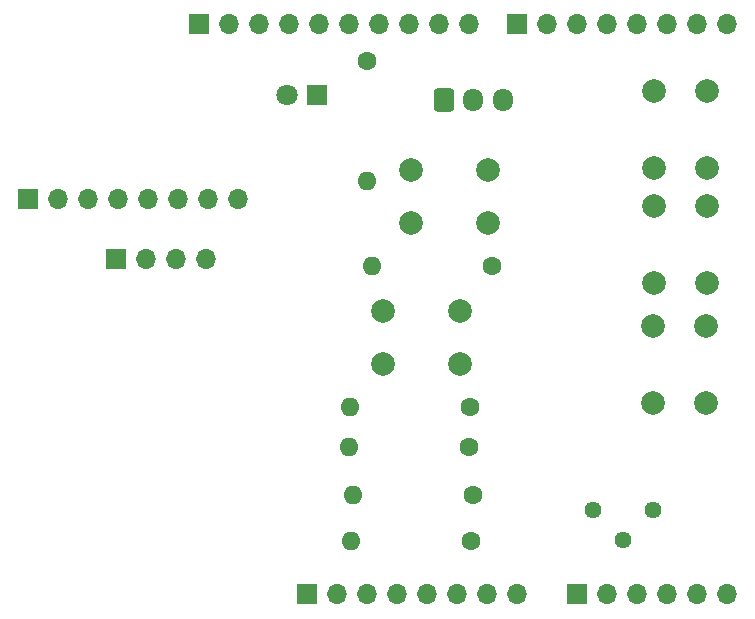
<source format=gbr>
%TF.GenerationSoftware,KiCad,Pcbnew,8.0.8*%
%TF.CreationDate,2025-02-03T17:06:43-07:00*%
%TF.ProjectId,ArduinoShieldThermoPro,41726475-696e-46f5-9368-69656c645468,rev?*%
%TF.SameCoordinates,Original*%
%TF.FileFunction,Soldermask,Top*%
%TF.FilePolarity,Negative*%
%FSLAX46Y46*%
G04 Gerber Fmt 4.6, Leading zero omitted, Abs format (unit mm)*
G04 Created by KiCad (PCBNEW 8.0.8) date 2025-02-03 17:06:43*
%MOMM*%
%LPD*%
G01*
G04 APERTURE LIST*
G04 Aperture macros list*
%AMRoundRect*
0 Rectangle with rounded corners*
0 $1 Rounding radius*
0 $2 $3 $4 $5 $6 $7 $8 $9 X,Y pos of 4 corners*
0 Add a 4 corners polygon primitive as box body*
4,1,4,$2,$3,$4,$5,$6,$7,$8,$9,$2,$3,0*
0 Add four circle primitives for the rounded corners*
1,1,$1+$1,$2,$3*
1,1,$1+$1,$4,$5*
1,1,$1+$1,$6,$7*
1,1,$1+$1,$8,$9*
0 Add four rect primitives between the rounded corners*
20,1,$1+$1,$2,$3,$4,$5,0*
20,1,$1+$1,$4,$5,$6,$7,0*
20,1,$1+$1,$6,$7,$8,$9,0*
20,1,$1+$1,$8,$9,$2,$3,0*%
G04 Aperture macros list end*
%ADD10O,1.600000X1.600000*%
%ADD11C,1.600000*%
%ADD12O,1.700000X1.950000*%
%ADD13RoundRect,0.250000X-0.600000X-0.725000X0.600000X-0.725000X0.600000X0.725000X-0.600000X0.725000X0*%
%ADD14R,1.700000X1.700000*%
%ADD15O,1.700000X1.700000*%
%ADD16C,2.000000*%
%ADD17C,1.440000*%
%ADD18R,1.800000X1.800000*%
%ADD19C,1.800000*%
G04 APERTURE END LIST*
D10*
%TO.C,R6*%
X132960000Y-62450000D03*
D11*
X132960000Y-52290000D03*
%TD*%
%TO.C,R5*%
X141676000Y-81644000D03*
D10*
X131516000Y-81644000D03*
%TD*%
D11*
%TO.C,R4*%
X143540000Y-69640000D03*
D10*
X133380000Y-69640000D03*
%TD*%
%TO.C,R3*%
X131760000Y-89090000D03*
D11*
X141920000Y-89090000D03*
%TD*%
%TO.C,R2*%
X141600000Y-85030000D03*
D10*
X131440000Y-85030000D03*
%TD*%
D11*
%TO.C,R1*%
X141820000Y-92940000D03*
D10*
X131660000Y-92940000D03*
%TD*%
D12*
%TO.C,J7*%
X144490000Y-55600000D03*
X141990000Y-55600000D03*
D13*
X139490000Y-55600000D03*
%TD*%
D14*
%TO.C,J1*%
X127940000Y-97460000D03*
D15*
X130480000Y-97460000D03*
X133020000Y-97460000D03*
X135560000Y-97460000D03*
X138100000Y-97460000D03*
X140640000Y-97460000D03*
X143180000Y-97460000D03*
X145720000Y-97460000D03*
%TD*%
D14*
%TO.C,J3*%
X150800000Y-97460000D03*
D15*
X153340000Y-97460000D03*
X155880000Y-97460000D03*
X158420000Y-97460000D03*
X160960000Y-97460000D03*
X163500000Y-97460000D03*
%TD*%
D14*
%TO.C,J2*%
X118796000Y-49200000D03*
D15*
X121336000Y-49200000D03*
X123876000Y-49200000D03*
X126416000Y-49200000D03*
X128956000Y-49200000D03*
X131496000Y-49200000D03*
X134036000Y-49200000D03*
X136576000Y-49200000D03*
X139116000Y-49200000D03*
X141656000Y-49200000D03*
%TD*%
D16*
%TO.C,SW2*%
X157280000Y-61340000D03*
X157280000Y-54840000D03*
X161780000Y-61340000D03*
X161780000Y-54840000D03*
%TD*%
D17*
%TO.C,RV1*%
X152080000Y-90320000D03*
X154620000Y-92860000D03*
X157160000Y-90320000D03*
%TD*%
D15*
%TO.C,J5*%
X122060000Y-64020000D03*
X119520000Y-64020000D03*
X116980000Y-64020000D03*
X114440000Y-64020000D03*
X111900000Y-64020000D03*
X109360000Y-64020000D03*
X106820000Y-64020000D03*
D14*
X104280000Y-64020000D03*
%TD*%
D16*
%TO.C,SW5*%
X140840000Y-77970000D03*
X134340000Y-77970000D03*
X140840000Y-73470000D03*
X134340000Y-73470000D03*
%TD*%
%TO.C,SW4*%
X143240000Y-66040000D03*
X136740000Y-66040000D03*
X143240000Y-61540000D03*
X136740000Y-61540000D03*
%TD*%
D18*
%TO.C,D1*%
X128780000Y-55200000D03*
D19*
X126240000Y-55200000D03*
%TD*%
D16*
%TO.C,SW3*%
X161780000Y-64630000D03*
X161780000Y-71130000D03*
X157280000Y-64630000D03*
X157280000Y-71130000D03*
%TD*%
D14*
%TO.C,J4*%
X145720000Y-49200000D03*
D15*
X148260000Y-49200000D03*
X150800000Y-49200000D03*
X153340000Y-49200000D03*
X155880000Y-49200000D03*
X158420000Y-49200000D03*
X160960000Y-49200000D03*
X163500000Y-49200000D03*
%TD*%
D16*
%TO.C,SW1*%
X157190000Y-81270000D03*
X157190000Y-74770000D03*
X161690000Y-81270000D03*
X161690000Y-74770000D03*
%TD*%
D14*
%TO.C,J6*%
X111740000Y-69080000D03*
D15*
X114280000Y-69080000D03*
X116820000Y-69080000D03*
X119360000Y-69080000D03*
%TD*%
M02*

</source>
